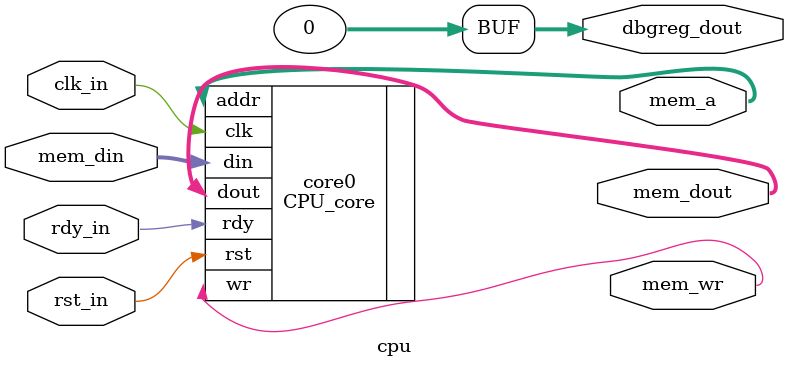
<source format=v>

module cpu(
    input  wire                 clk_in,			// system clock signal
    input  wire                 rst_in,			// reset signal
	  input  wire					        rdy_in,			// ready signal, pause cpu when low

    input  wire [ 7:0]          mem_din,		// data input bus
    output wire [ 7:0]          mem_dout,		// data output bus
    output wire [31:0]          mem_a,			// address bus (only 17:0 is used)
    output wire                 mem_wr,			// write/read signal (1 for write)

	output wire [31:0]			dbgreg_dout		// cpu register output (debugging demo)
);

// implementation goes here

// Specifications:
// - Pause cpu(freeze pc, registers, etc.) when rdy_in is low
// - Memory read takes 2 cycles(wait till next cycle), write takes 1 cycle(no need to wait)
// - Memory is of size 128KB, with valid address ranging from 0x0 to 0x20000
// - I/O port is mapped to address higher than 0x30000 (mem_a[17:16]==2'b11)
// - 0x30000 read: read a byte from input
// - 0x30000 write: write a byte to output (write 0x00 is ignored)
// - 0x30004 read: read clocks passed since cpu starts (in dword, 4 bytes)
// - 0x30004 write: indicates program stop (will output '\0' through uart tx)

/*always @(posedge clk_in)
  begin
    if (rst_in)
      begin
      
      end
    else if (!rdy_in)
      begin
      
      end
    else
      begin
      
      end
  end

endmodule*/
	
assign dbgreg_dout = 0;

CPU_core core0(
  .clk(clk_in),
  .rst(rst_in),
  .rdy(rdy_in),
  .din(mem_din),
  .addr(mem_a),
  .dout(mem_dout),
  .wr(mem_wr)
);

endmodule

</source>
